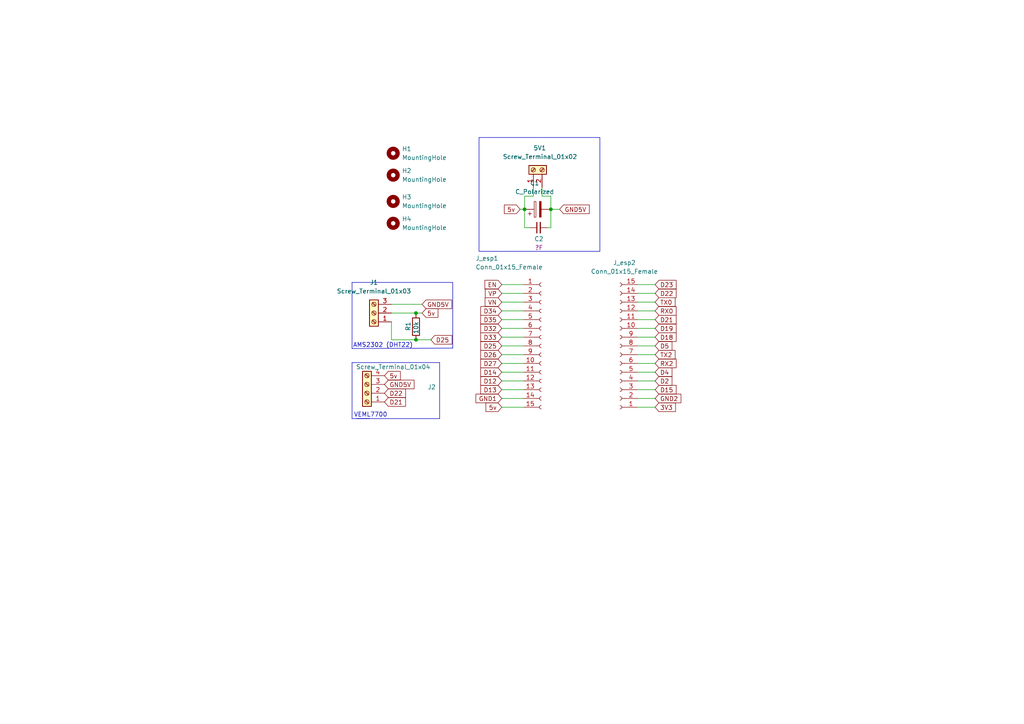
<source format=kicad_sch>
(kicad_sch (version 20230121) (generator eeschema)
  (paper "A4")
  (lib_symbols
    (symbol "Connector:Conn_01x15_Female" (pin_names (offset 1.016) hide)
      (property "Reference" "J" (at 0 20.32 0))
      (property "Value" "Conn_01x15_Female" (at 0 -20.32 0))
      (symbol "Conn_01x15_Female_1_1"
        (arc (start 0 -17.272) (mid -0.5058 -17.78) (end 0 -18.288) (stroke (width 0.1524)))
        (arc (start 0 -14.732) (mid -0.5058 -15.24) (end 0 -15.748) (stroke (width 0.1524)))
        (arc (start 0 -12.192) (mid -0.5058 -12.7) (end 0 -13.208) (stroke (width 0.1524)))
        (arc (start 0 -9.652) (mid -0.5058 -10.16) (end 0 -10.668) (stroke (width 0.1524)))
        (arc (start 0 -7.112) (mid -0.5058 -7.62) (end 0 -8.128) (stroke (width 0.1524)))
        (arc (start 0 -4.572) (mid -0.5058 -5.08) (end 0 -5.588) (stroke (width 0.1524)))
        (arc (start 0 -2.032) (mid -0.5058 -2.54) (end 0 -3.048) (stroke (width 0.1524)))
        (polyline (pts (xy -1.27 -17.78) (xy -0.508 -17.78)) (stroke (width 0.1524)))
        (polyline (pts (xy -1.27 -15.24) (xy -0.508 -15.24)) (stroke (width 0.1524)))
        (polyline (pts (xy -1.27 -12.7) (xy -0.508 -12.7)) (stroke (width 0.1524)))
        (polyline (pts (xy -1.27 -10.16) (xy -0.508 -10.16)) (stroke (width 0.1524)))
        (polyline (pts (xy -1.27 -7.62) (xy -0.508 -7.62)) (stroke (width 0.1524)))
        (polyline (pts (xy -1.27 -5.08) (xy -0.508 -5.08)) (stroke (width 0.1524)))
        (polyline (pts (xy -1.27 -2.54) (xy -0.508 -2.54)) (stroke (width 0.1524)))
        (polyline (pts (xy -1.27 0) (xy -0.508 0)) (stroke (width 0.1524)))
        (polyline (pts (xy -1.27 2.54) (xy -0.508 2.54)) (stroke (width 0.1524)))
        (polyline (pts (xy -1.27 5.08) (xy -0.508 5.08)) (stroke (width 0.1524)))
        (polyline (pts (xy -1.27 7.62) (xy -0.508 7.62)) (stroke (width 0.1524)))
        (polyline (pts (xy -1.27 10.16) (xy -0.508 10.16)) (stroke (width 0.1524)))
        (polyline (pts (xy -1.27 12.7) (xy -0.508 12.7)) (stroke (width 0.1524)))
        (polyline (pts (xy -1.27 15.24) (xy -0.508 15.24)) (stroke (width 0.1524)))
        (polyline (pts (xy -1.27 17.78) (xy -0.508 17.78)) (stroke (width 0.1524)))
        (arc (start 0 0.508) (mid -0.5058 0) (end 0 -0.508) (stroke (width 0.1524)))
        (arc (start 0 3.048) (mid -0.5058 2.54) (end 0 2.032) (stroke (width 0.1524)))
        (arc (start 0 5.588) (mid -0.5058 5.08) (end 0 4.572) (stroke (width 0.1524)))
        (arc (start 0 8.128) (mid -0.5058 7.62) (end 0 7.112) (stroke (width 0.1524)))
        (arc (start 0 10.668) (mid -0.5058 10.16) (end 0 9.652) (stroke (width 0.1524)))
        (arc (start 0 13.208) (mid -0.5058 12.7) (end 0 12.192) (stroke (width 0.1524)))
        (arc (start 0 15.748) (mid -0.5058 15.24) (end 0 14.732) (stroke (width 0.1524)))
        (arc (start 0 18.288) (mid -0.5058 17.78) (end 0 17.272) (stroke (width 0.1524)))
        (pin passive line (at -5.08 17.78 0) (length 3.81) (name "Pin_1") (number "1"))
        (pin passive line (at -5.08 -5.08 0) (length 3.81) (name "Pin_10") (number "10"))
        (pin passive line (at -5.08 -7.62 0) (length 3.81) (name "Pin_11") (number "11"))
        (pin passive line (at -5.08 -10.16 0) (length 3.81) (name "Pin_12") (number "12"))
        (pin passive line (at -5.08 -12.7 0) (length 3.81) (name "Pin_13") (number "13"))
        (pin passive line (at -5.08 -15.24 0) (length 3.81) (name "Pin_14") (number "14"))
        (pin passive line (at -5.08 -17.78 0) (length 3.81) (name "Pin_15") (number "15"))
        (pin passive line (at -5.08 15.24 0) (length 3.81) (name "Pin_2") (number "2"))
        (pin passive line (at -5.08 12.7 0) (length 3.81) (name "Pin_3") (number "3"))
        (pin passive line (at -5.08 10.16 0) (length 3.81) (name "Pin_4") (number "4"))
        (pin passive line (at -5.08 7.62 0) (length 3.81) (name "Pin_5") (number "5"))
        (pin passive line (at -5.08 5.08 0) (length 3.81) (name "Pin_6") (number "6"))
        (pin passive line (at -5.08 2.54 0) (length 3.81) (name "Pin_7") (number "7"))
        (pin passive line (at -5.08 0 0) (length 3.81) (name "Pin_8") (number "8"))
        (pin passive line (at -5.08 -2.54 0) (length 3.81) (name "Pin_9") (number "9"))
      )
    )
    (symbol "Connector:Screw_Terminal_01x02" (pin_names (offset 1.016) hide)
      (property "Reference" "J" (at 0 2.54 0))
      (property "Value" "Screw_Terminal_01x02" (at 0 -5.08 0))
      (symbol "Screw_Terminal_01x02_1_1"
        (rectangle (start -1.27 1.27) (end 1.27 -3.81) (stroke (width 0.254)) (fill (type background)))
        (circle (center 0 -2.54) (radius 0.635) (stroke (width 0.1524)))
        (polyline (pts (xy -0.5334 -2.2098) (xy 0.3302 -3.048)) (stroke (width 0.1524)))
        (polyline (pts (xy -0.5334 0.3302) (xy 0.3302 -0.508)) (stroke (width 0.1524)))
        (polyline (pts (xy -0.3556 -2.032) (xy 0.508 -2.8702)) (stroke (width 0.1524)))
        (polyline (pts (xy -0.3556 0.508) (xy 0.508 -0.3302)) (stroke (width 0.1524)))
        (circle (center 0 0) (radius 0.635) (stroke (width 0.1524)))
        (pin passive line (at -5.08 0 0) (length 3.81) (name "Pin_1") (number "1"))
        (pin passive line (at -5.08 -2.54 0) (length 3.81) (name "Pin_2") (number "2"))
      )
    )
    (symbol "Connector:Screw_Terminal_01x03" (pin_names (offset 1.016) hide)
      (property "Reference" "J" (at 0 5.08 0))
      (property "Value" "Screw_Terminal_01x03" (at 0 -5.08 0))
      (symbol "Screw_Terminal_01x03_1_1"
        (rectangle (start -1.27 3.81) (end 1.27 -3.81) (stroke (width 0.254)) (fill (type background)))
        (circle (center 0 -2.54) (radius 0.635) (stroke (width 0.1524)))
        (polyline (pts (xy -0.5334 -2.2098) (xy 0.3302 -3.048)) (stroke (width 0.1524)))
        (polyline (pts (xy -0.5334 0.3302) (xy 0.3302 -0.508)) (stroke (width 0.1524)))
        (polyline (pts (xy -0.5334 2.8702) (xy 0.3302 2.032)) (stroke (width 0.1524)))
        (polyline (pts (xy -0.3556 -2.032) (xy 0.508 -2.8702)) (stroke (width 0.1524)))
        (polyline (pts (xy -0.3556 0.508) (xy 0.508 -0.3302)) (stroke (width 0.1524)))
        (polyline (pts (xy -0.3556 3.048) (xy 0.508 2.2098)) (stroke (width 0.1524)))
        (circle (center 0 0) (radius 0.635) (stroke (width 0.1524)))
        (circle (center 0 2.54) (radius 0.635) (stroke (width 0.1524)))
        (pin passive line (at -5.08 2.54 0) (length 3.81) (name "Pin_1") (number "1"))
        (pin passive line (at -5.08 0 0) (length 3.81) (name "Pin_2") (number "2"))
        (pin passive line (at -5.08 -2.54 0) (length 3.81) (name "Pin_3") (number "3"))
      )
    )
    (symbol "Connector:Screw_Terminal_01x04" (pin_names (offset 1.016) hide)
      (property "Reference" "J" (at 0 5.08 0))
      (property "Value" "Screw_Terminal_01x04" (at 0 -7.62 0))
      (symbol "Screw_Terminal_01x04_1_1"
        (rectangle (start -1.27 3.81) (end 1.27 -6.35) (stroke (width 0.254)) (fill (type background)))
        (circle (center 0 -5.08) (radius 0.635) (stroke (width 0.1524)))
        (circle (center 0 -2.54) (radius 0.635) (stroke (width 0.1524)))
        (polyline (pts (xy -0.5334 -4.7498) (xy 0.3302 -5.588)) (stroke (width 0.1524)))
        (polyline (pts (xy -0.5334 -2.2098) (xy 0.3302 -3.048)) (stroke (width 0.1524)))
        (polyline (pts (xy -0.5334 0.3302) (xy 0.3302 -0.508)) (stroke (width 0.1524)))
        (polyline (pts (xy -0.5334 2.8702) (xy 0.3302 2.032)) (stroke (width 0.1524)))
        (polyline (pts (xy -0.3556 -4.572) (xy 0.508 -5.4102)) (stroke (width 0.1524)))
        (polyline (pts (xy -0.3556 -2.032) (xy 0.508 -2.8702)) (stroke (width 0.1524)))
        (polyline (pts (xy -0.3556 0.508) (xy 0.508 -0.3302)) (stroke (width 0.1524)))
        (polyline (pts (xy -0.3556 3.048) (xy 0.508 2.2098)) (stroke (width 0.1524)))
        (circle (center 0 0) (radius 0.635) (stroke (width 0.1524)))
        (circle (center 0 2.54) (radius 0.635) (stroke (width 0.1524)))
        (pin passive line (at -5.08 2.54 0) (length 3.81) (name "Pin_1") (number "1"))
        (pin passive line (at -5.08 0 0) (length 3.81) (name "Pin_2") (number "2"))
        (pin passive line (at -5.08 -2.54 0) (length 3.81) (name "Pin_3") (number "3"))
        (pin passive line (at -5.08 -5.08 0) (length 3.81) (name "Pin_4") (number "4"))
      )
    )
    (symbol "Device:C_Polarized" (pin_numbers hide) (pin_names (offset 0.254))
      (property "Reference" "C" (at 0.635 2.54 0))
      (property "Value" "C_Polarized" (at 0.635 -2.54 0))
      (symbol "C_Polarized_0_1"
        (rectangle (start -2.286 0.508) (end 2.286 1.016))
        (polyline (pts (xy -1.778 2.286) (xy -0.762 2.286)))
        (polyline (pts (xy -1.27 2.794) (xy -1.27 1.778)))
        (rectangle (start 2.286 -0.508) (end -2.286 -1.016) (fill (type outline)))
      )
      (symbol "C_Polarized_1_1"
        (pin passive line (at 0 3.81 270) (length 2.794) (name "~") (number "1"))
        (pin passive line (at 0 -3.81 90) (length 2.794) (name "~") (number "2"))
      )
    )
    (symbol "Device:R" (pin_numbers hide) (pin_names (offset 0))
      (property "Reference" "R" (at 2.032 0 90))
      (property "Value" "R" (at 0 0 90))
      (symbol "R_0_1"
        (rectangle (start -1.016 -2.54) (end 1.016 2.54) (stroke (width 0.254)))
      )
      (symbol "R_1_1"
        (pin passive line (at 0 3.81 270) (length 1.27) (name "~") (number "1"))
        (pin passive line (at 0 -3.81 90) (length 1.27) (name "~") (number "2"))
      )
    )
    (symbol "Mechanical:MountingHole" (pin_names (offset 1.016))
      (property "Reference" "H" (at 0 5.08 0))
      (property "Value" "MountingHole" (at 0 3.175 0))
      (symbol "MountingHole_0_1"
        (circle (center 0 0) (radius 1.27) (stroke (width 1.27)))
      )
    )
    (symbol "PCM_4ms_Capacitor:C_Generic" (pin_numbers hide) (pin_names (offset 0.254) hide)
      (property "Reference" "C" (at 1.905 1.016 0))
      (property "Display" "?F" (at 1.905 -1.27 0))
      (symbol "C_Generic_0_1"
        (polyline (pts (xy -1.524 -0.508) (xy 1.524 -0.508)) (stroke (width 0.3302)))
        (polyline (pts (xy -1.524 0.508) (xy 1.524 0.508)) (stroke (width 0.3048)))
      )
      (symbol "C_Generic_1_1"
        (pin passive line (at 0 2.54 270) (length 2.032) (name "~") (number "1"))
        (pin passive line (at 0 -2.54 90) (length 2.032) (name "~") (number "2"))
      )
    )
  )
  (junction (at 159.766 60.706))
  (junction (at 152.146 60.706))
  (junction (at 120.65 98.552))
  (junction (at 120.65 90.805))
  (wire (pts (xy 113.538 93.345) (xy 113.538 98.552)))
  (wire (pts (xy 184.912 100.33) (xy 189.992 100.33)))
  (polyline (pts (xy 131.318 100.965) (xy 102.108 101.092)))
  (wire (pts (xy 145.542 102.87) (xy 151.892 102.87)))
  (wire (pts (xy 184.912 97.79) (xy 189.992 97.79)))
  (wire (pts (xy 120.65 90.805) (xy 122.428 90.805)))
  (polyline (pts (xy 102.108 101.092) (xy 102.108 81.915)))
  (wire (pts (xy 184.912 85.09) (xy 189.992 85.09)))
  (wire (pts (xy 145.542 85.09) (xy 151.892 85.09)))
  (wire (pts (xy 184.912 87.63) (xy 189.992 87.63)))
  (polyline (pts (xy 102.108 121.412) (xy 107.188 121.412)))
  (wire (pts (xy 184.912 90.17) (xy 189.992 90.17)))
  (wire (pts (xy 145.542 100.33) (xy 151.892 100.33)))
  (polyline (pts (xy 127.508 121.412) (xy 127.508 105.156)))
  (wire (pts (xy 184.912 110.49) (xy 189.992 110.49)))
  (wire (pts (xy 145.542 92.71) (xy 151.892 92.71)))
  (wire (pts (xy 159.766 60.706) (xy 159.766 66.04)))
  (wire (pts (xy 113.538 98.552) (xy 120.65 98.552)))
  (wire (pts (xy 145.542 95.25) (xy 151.892 95.25)))
  (wire (pts (xy 184.912 102.87) (xy 189.992 102.87)))
  (wire (pts (xy 184.912 82.55) (xy 189.992 82.55)))
  (wire (pts (xy 158.75 66.04) (xy 159.766 66.04)))
  (wire (pts (xy 145.542 87.63) (xy 151.892 87.63)))
  (wire (pts (xy 145.542 118.11) (xy 151.892 118.11)))
  (wire (pts (xy 150.876 60.706) (xy 152.146 60.706)))
  (wire (pts (xy 145.542 105.41) (xy 151.892 105.41)))
  (wire (pts (xy 152.146 56.896) (xy 152.146 60.706)))
  (wire (pts (xy 113.538 90.805) (xy 120.65 90.805)))
  (wire (pts (xy 145.542 107.95) (xy 151.892 107.95)))
  (wire (pts (xy 145.542 115.57) (xy 151.892 115.57)))
  (wire (pts (xy 184.912 92.71) (xy 189.992 92.71)))
  (wire (pts (xy 145.542 82.55) (xy 151.892 82.55)))
  (wire (pts (xy 113.538 88.265) (xy 122.428 88.265)))
  (wire (pts (xy 145.542 97.79) (xy 151.892 97.79)))
  (wire (pts (xy 152.146 66.04) (xy 153.67 66.04)))
  (polyline (pts (xy 102.108 105.156) (xy 102.108 121.412)))
  (wire (pts (xy 120.65 98.552) (xy 124.968 98.552)))
  (wire (pts (xy 184.912 115.57) (xy 189.992 115.57)))
  (wire (pts (xy 159.766 56.896) (xy 159.766 60.706)))
  (wire (pts (xy 184.912 118.11) (xy 189.992 118.11)))
  (wire (pts (xy 152.146 60.706) (xy 152.146 66.04)))
  (wire (pts (xy 145.542 90.17) (xy 151.892 90.17)))
  (wire (pts (xy 184.912 107.95) (xy 189.992 107.95)))
  (wire (pts (xy 120.65 90.932) (xy 120.65 90.805)))
  (wire (pts (xy 157.226 54.356) (xy 157.226 56.896)))
  (wire (pts (xy 184.912 105.41) (xy 189.992 105.41)))
  (polyline (pts (xy 131.318 81.915) (xy 131.318 100.965)))
  (wire (pts (xy 184.912 95.25) (xy 189.992 95.25)))
  (polyline (pts (xy 102.108 81.915) (xy 131.318 81.915)))
  (wire (pts (xy 184.912 113.03) (xy 189.992 113.03)))
  (polyline (pts (xy 103.378 121.412) (xy 127.508 121.412)))
  (polyline (pts (xy 127.508 105.156) (xy 102.108 105.156)))
  (wire (pts (xy 145.542 110.49) (xy 151.892 110.49)))
  (wire (pts (xy 157.226 56.896) (xy 159.766 56.896)))
  (wire (pts (xy 162.306 60.706) (xy 159.766 60.706)))
  (wire (pts (xy 154.686 56.896) (xy 152.146 56.896)))
  (wire (pts (xy 154.686 54.356) (xy 154.686 56.896)))
  (wire (pts (xy 145.542 113.03) (xy 151.892 113.03)))
  (rectangle (start 138.938 39.878) (end 173.99 72.898))
  (text "AMS2302 (DHT22)" (at 102.362 100.965 0) (effects (font (size 1.27 1.27)) (justify left bottom)))
  (text "VEML7700" (at 102.616 121.158 0) (effects (font (size 1.27 1.27)) (justify left bottom)))
  (global_label "D22" (shape input) (at 189.992 85.09 0) (property "Intersheetrefs" "${INTERSHEET_REFS}" (effects hide)))
  (global_label "D32" (shape input) (at 145.542 95.25 180) (property "Intersheetrefs" "${INTERSHEET_REFS}" (effects hide)))
  (global_label "D19" (shape input) (at 189.992 95.25 0) (property "Intersheetrefs" "${INTERSHEET_REFS}" (effects hide)))
  (global_label "5v" (shape input) (at 150.876 60.706 180) (property "Intersheetrefs" "${INTERSHEET_REFS}" (effects hide)))
  (global_label "D35" (shape input) (at 145.542 92.71 180) (property "Intersheetrefs" "${INTERSHEET_REFS}" (effects hide)))
  (global_label "D22" (shape input) (at 111.506 114.046 0) (property "Intersheetrefs" "${INTERSHEET_REFS}" (effects hide)))
  (global_label "GND2" (shape input) (at 189.992 115.57 0) (property "Intersheetrefs" "${INTERSHEET_REFS}" (effects hide)))
  (global_label "D14" (shape input) (at 145.542 107.95 180) (property "Intersheetrefs" "${INTERSHEET_REFS}" (effects hide)))
  (global_label "D2" (shape input) (at 189.992 110.49 0) (property "Intersheetrefs" "${INTERSHEET_REFS}" (effects hide)))
  (global_label "VP" (shape input) (at 145.542 85.09 180) (property "Intersheetrefs" "${INTERSHEET_REFS}" (effects hide)))
  (global_label "D25" (shape input) (at 124.968 98.552 0) (property "Intersheetrefs" "${INTERSHEET_REFS}" (effects hide)))
  (global_label "GND1" (shape input) (at 145.542 115.57 180) (property "Intersheetrefs" "${INTERSHEET_REFS}" (effects hide)))
  (global_label "D23" (shape input) (at 189.992 82.55 0) (property "Intersheetrefs" "${INTERSHEET_REFS}" (effects hide)))
  (global_label "D18" (shape input) (at 189.992 97.79 0) (property "Intersheetrefs" "${INTERSHEET_REFS}" (effects hide)))
  (global_label "TX0" (shape input) (at 189.992 87.63 0) (property "Intersheetrefs" "${INTERSHEET_REFS}" (effects hide)))
  (global_label "3V3" (shape input) (at 189.992 118.11 0) (property "Intersheetrefs" "${INTERSHEET_REFS}" (effects hide)))
  (global_label "RX2" (shape input) (at 189.992 105.41 0) (property "Intersheetrefs" "${INTERSHEET_REFS}" (effects hide)))
  (global_label "D21" (shape input) (at 111.506 116.586 0) (property "Intersheetrefs" "${INTERSHEET_REFS}" (effects hide)))
  (global_label "D25" (shape input) (at 145.542 100.33 180) (property "Intersheetrefs" "${INTERSHEET_REFS}" (effects hide)))
  (global_label "GND5V" (shape input) (at 122.428 88.265 0) (property "Intersheetrefs" "${INTERSHEET_REFS}" (effects hide)))
  (global_label "D26" (shape input) (at 145.542 102.87 180) (property "Intersheetrefs" "${INTERSHEET_REFS}" (effects hide)))
  (global_label "D21" (shape input) (at 189.992 92.71 0) (property "Intersheetrefs" "${INTERSHEET_REFS}" (effects hide)))
  (global_label "EN" (shape input) (at 145.542 82.55 180) (property "Intersheetrefs" "${INTERSHEET_REFS}" (effects hide)))
  (global_label "D27" (shape input) (at 145.542 105.41 180) (property "Intersheetrefs" "${INTERSHEET_REFS}" (effects hide)))
  (global_label "D4" (shape input) (at 189.992 107.95 0) (property "Intersheetrefs" "${INTERSHEET_REFS}" (effects hide)))
  (global_label "GND5V" (shape input) (at 162.306 60.706 0) (property "Intersheetrefs" "${INTERSHEET_REFS}" (effects hide)))
  (global_label "5v" (shape input) (at 122.428 90.805 0) (property "Intersheetrefs" "${INTERSHEET_REFS}" (effects hide)))
  (global_label "D13" (shape input) (at 145.542 113.03 180) (property "Intersheetrefs" "${INTERSHEET_REFS}" (effects hide)))
  (global_label "D15" (shape input) (at 189.992 113.03 0) (property "Intersheetrefs" "${INTERSHEET_REFS}" (effects hide)))
  (global_label "D34" (shape input) (at 145.542 90.17 180) (property "Intersheetrefs" "${INTERSHEET_REFS}" (effects hide)))
  (global_label "5v" (shape input) (at 145.542 118.11 180) (property "Intersheetrefs" "${INTERSHEET_REFS}" (effects hide)))
  (global_label "RX0" (shape input) (at 189.992 90.17 0) (property "Intersheetrefs" "${INTERSHEET_REFS}" (effects hide)))
  (global_label "TX2" (shape input) (at 189.992 102.87 0) (property "Intersheetrefs" "${INTERSHEET_REFS}" (effects hide)))
  (global_label "D12" (shape input) (at 145.542 110.49 180) (property "Intersheetrefs" "${INTERSHEET_REFS}" (effects hide)))
  (global_label "5v" (shape input) (at 111.506 108.966 0) (property "Intersheetrefs" "${INTERSHEET_REFS}" (effects hide)))
  (global_label "GND5V" (shape input) (at 111.506 111.506 0) (property "Intersheetrefs" "${INTERSHEET_REFS}" (effects hide)))
  (global_label "VN" (shape input) (at 145.542 87.63 180) (property "Intersheetrefs" "${INTERSHEET_REFS}" (effects hide)))
  (global_label "D5" (shape input) (at 189.992 100.33 0) (property "Intersheetrefs" "${INTERSHEET_REFS}" (effects hide)))
  (global_label "D33" (shape input) (at 145.542 97.79 180) (property "Intersheetrefs" "${INTERSHEET_REFS}" (effects hide)))
  (symbol (lib_id "PCM_4ms_Capacitor:C_Generic") (at 156.21 66.04 90) (unit 1)
    (property "Reference" "C2" (at 156.3116 69.2912 90))
    (property "Value" "C_Generic" (effects hide))
    (property "Footprint" "Capacitor_THT:C_Disc_D5.0mm_W2.5mm_P2.50mm" (effects hide))
    (property "Display" "?F" (at 156.3116 71.8312 90))
  )
  (symbol (lib_id "Device:R") (at 120.65 94.742 0) (unit 1)
    (property "Reference" "R1" (at 118.364 96.012 90) (effects (justify left)))
    (property "Value" "10k" (at 120.65 96.901 90) (effects (justify left)))
    (property "Footprint" "Resistor_THT:R_Axial_DIN0204_L3.6mm_D1.6mm_P2.54mm_Vertical" (effects hide))
  )
  (symbol (lib_id "Connector:Screw_Terminal_01x04") (at 106.426 114.046 180) (unit 1)
    (property "Reference" "J2" (at 125.222 112.268 0))
    (property "Value" "Screw_Terminal_01x04" (at 114.046 106.426 0))
    (property "Footprint" "TerminalBlock:TerminalBlock_Altech_AK300-4_P5.00mm" (effects hide))
  )
  (symbol (lib_id "Device:C_Polarized") (at 155.956 60.706 90) (unit 1)
    (property "Reference" "C1" (at 155.067 53.086 90))
    (property "Value" "C_Polarized" (at 155.067 55.626 90))
    (property "Footprint" "Capacitor_THT:CP_Radial_D5.0mm_P2.50mm" (effects hide))
  )
  (symbol (lib_id "Mechanical:MountingHole") (at 114.046 58.42 0) (unit 1)
    (property "Reference" "H3" (at 116.586 57.1499 0) (effects (justify left)))
    (property "Value" "MountingHole" (at 116.586 59.6899 0) (effects (justify left)))
    (property "Footprint" "MountingHole:MountingHole_2.7mm_M2.5_Pad" (effects hide))
  )
  (symbol (lib_id "Connector:Conn_01x15_Female") (at 179.832 100.33 180) (unit 1)
    (property "Reference" "J_esp2" (at 181.102 76.2 0))
    (property "Value" "Conn_01x15_Female" (at 181.102 78.74 0))
    (property "Footprint" "esp32:Connector_Molex_Molex_SL_171971-0015_1x15_P2.54mm_Vertical_squares" (effects hide))
  )
  (symbol (lib_id "Mechanical:MountingHole") (at 114.046 50.8 0) (unit 1)
    (property "Reference" "H2" (at 116.586 49.5299 0) (effects (justify left)))
    (property "Value" "MountingHole" (at 116.586 52.0699 0) (effects (justify left)))
    (property "Footprint" "MountingHole:MountingHole_2.7mm_M2.5_Pad" (effects hide))
  )
  (symbol (lib_id "Mechanical:MountingHole") (at 114.046 44.45 0) (unit 1)
    (property "Reference" "H1" (at 116.586 43.1799 0) (effects (justify left)))
    (property "Value" "MountingHole" (at 116.586 45.7199 0) (effects (justify left)))
    (property "Footprint" "MountingHole:MountingHole_2.7mm_M2.5_Pad" (effects hide))
  )
  (symbol (lib_id "Connector:Screw_Terminal_01x03") (at 108.458 90.805 180) (unit 1)
    (property "Reference" "J1" (at 108.458 81.915 0))
    (property "Value" "Screw_Terminal_01x03" (at 108.458 84.455 0))
    (property "Footprint" "TerminalBlock_Altech:Altech_AK300_1x03_P5.00mm_45-Degree" (effects hide))
  )
  (symbol (lib_id "Connector:Conn_01x15_Female") (at 156.972 100.33 0) (unit 1)
    (property "Reference" "J_esp1" (at 137.922 74.93 0) (effects (justify left)))
    (property "Value" "Conn_01x15_Female" (at 137.922 77.47 0) (effects (justify left)))
    (property "Footprint" "esp32:Connector_Molex_Molex_SL_171971-0015_1x15_P2.54mm_Vertical_squares" (effects hide))
  )
  (symbol (lib_id "Connector:Screw_Terminal_01x02") (at 154.686 49.276 90) (unit 1)
    (property "Reference" "5V1" (at 154.686 42.926 90) (effects (justify right)))
    (property "Value" "Screw_Terminal_01x02" (at 145.796 45.466 90) (effects (justify right)))
    (property "Footprint" "TerminalBlock:TerminalBlock_Altech_AK300-2_P5.00mm" (effects hide))
  )
  (symbol (lib_id "Mechanical:MountingHole") (at 114.046 64.77 0) (unit 1)
    (property "Reference" "H4" (at 116.586 63.4999 0) (effects (justify left)))
    (property "Value" "MountingHole" (at 116.586 66.0399 0) (effects (justify left)))
    (property "Footprint" "MountingHole:MountingHole_2.7mm_M2.5_Pad" (effects hide))
  )
)
</source>
